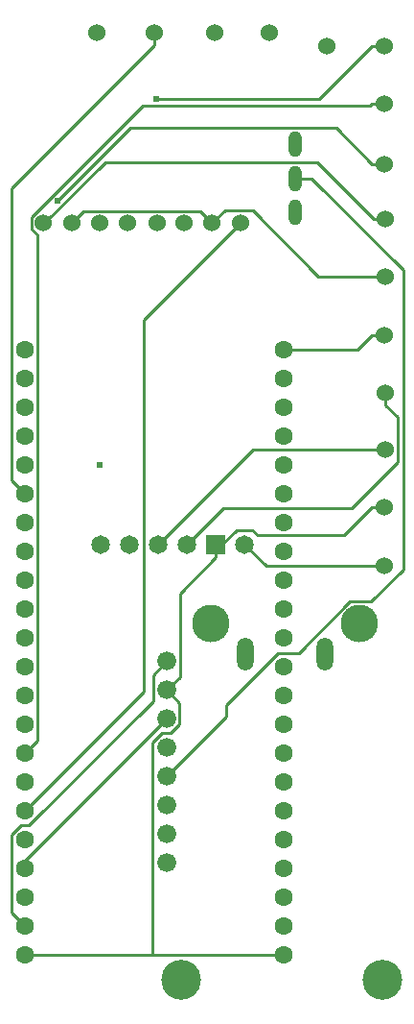
<source format=gbl>
G04 Layer: BottomLayer*
G04 EasyEDA v6.5.51, 2026-01-27 03:17:30*
G04 77339762291546cc9e75e89c24e87ab3,64650944e1e6431b8ca2675abf886f56,10*
G04 Gerber Generator version 0.2*
G04 Scale: 100 percent, Rotated: No, Reflected: No *
G04 Dimensions in millimeters *
G04 leading zeros omitted , absolute positions ,4 integer and 5 decimal *
%FSLAX45Y45*%
%MOMM*%

%AMMACRO1*21,1,$1,$2,0,0,$3*%
%ADD10C,0.2540*%
%ADD11O,1.199998X2.299995*%
%ADD12C,1.5240*%
%ADD13C,1.6000*%
%ADD14C,1.6500*%
%ADD15MACRO1,1.65X1.65X0.0000*%
%ADD16C,1.6500*%
%ADD17C,3.5159*%
%ADD18C,0.0175*%
%ADD19O,1.45796X2.91592*%
%ADD20C,3.3160*%
%ADD21C,1.6764*%
%ADD22C,0.6096*%

%LPD*%
D10*
X2141705Y-966599D02*
G01*
X889002Y-2219302D01*
X889002Y-2286002D01*
X889002Y-1778002D02*
G01*
X1943000Y-724004D01*
X1943000Y2552595D01*
X2794002Y3403597D01*
X3276602Y3797297D02*
G01*
X3425294Y3797297D01*
X4231261Y2991330D01*
X4231261Y350390D01*
X3948229Y67358D01*
X3764561Y67358D01*
X3309546Y-387657D01*
X3123643Y-387657D01*
X2669974Y-841326D01*
X2669974Y-946330D01*
X2141705Y-1474599D01*
X2070102Y571751D02*
G01*
X2908048Y1409697D01*
X4076702Y1409697D01*
X2324102Y570989D02*
G01*
X2642110Y888997D01*
X3776525Y888997D01*
X4183534Y1296007D01*
X4183534Y1691459D01*
X4076702Y1798292D01*
X4076702Y1904997D02*
G01*
X4076702Y1798292D01*
X4064002Y3924297D02*
G01*
X3957297Y3924297D01*
X3957297Y3924297D02*
G01*
X3638273Y4243321D01*
X1818871Y4243321D01*
X1178384Y3602835D01*
X2032002Y4973292D02*
G01*
X770232Y3711521D01*
X770232Y1134767D01*
X889002Y1015997D01*
X2032002Y5079997D02*
G01*
X2032002Y4973292D01*
X2050620Y4495467D02*
G01*
X3487066Y4495467D01*
X3957297Y4965697D01*
X4064002Y4965697D02*
G01*
X3957297Y4965697D01*
X4064002Y4457697D02*
G01*
X3957297Y4457697D01*
X3957297Y4457697D02*
G01*
X3936519Y4436920D01*
X1929665Y4436920D01*
X948641Y3455896D01*
X948641Y3347819D01*
X997079Y3299381D01*
X997079Y-1161925D01*
X889002Y-1270002D01*
X3175002Y2285997D02*
G01*
X3830297Y2285997D01*
X3957297Y2412997D01*
X4064002Y2412997D02*
G01*
X3957297Y2412997D01*
X2545438Y3403597D02*
G01*
X2439570Y3509464D01*
X1408534Y3509464D01*
X1302666Y3403597D01*
X2545438Y3403597D02*
G01*
X2656156Y3514316D01*
X2903146Y3514316D01*
X3483764Y2933697D01*
X4076702Y2933697D01*
X2578102Y570989D02*
G01*
X2578102Y515769D01*
X2578102Y515769D02*
G01*
X2578102Y460524D01*
X2578102Y515769D02*
G01*
X2757858Y695525D01*
X2901063Y695525D01*
X2946453Y650135D01*
X3705735Y650135D01*
X3957297Y901697D01*
X4064002Y901697D02*
G01*
X3957297Y901697D01*
X2141705Y-712599D02*
G01*
X2258138Y-596165D01*
X2258138Y140561D01*
X2578102Y460524D01*
X2141705Y-712599D02*
G01*
X2253617Y-824511D01*
X2253617Y-1016485D01*
X2176503Y-1093599D01*
X2098423Y-1093599D01*
X2012927Y-1179095D01*
X2012927Y-3048002D01*
X3175002Y-3048002D02*
G01*
X2012927Y-3048002D01*
X2012927Y-3048002D02*
G01*
X889002Y-3048002D01*
X2141705Y-458599D02*
G01*
X2021207Y-579097D01*
X2021207Y-810414D01*
X926619Y-1905002D01*
X853747Y-1905002D01*
X770765Y-1987984D01*
X770765Y-2675765D01*
X889002Y-2794002D01*
X2832102Y571497D02*
G01*
X3022602Y380997D01*
X4064002Y380997D01*
X4076702Y3441697D02*
G01*
X3969997Y3441697D01*
X1054102Y3403597D02*
G01*
X1061976Y3403597D01*
X1598830Y3940451D01*
X3471242Y3940451D01*
X3969997Y3441697D01*
D11*
G01*
X3276600Y3497300D03*
G01*
X3276600Y3797300D03*
G01*
X3276600Y4097299D03*
D12*
G01*
X1302664Y3403600D03*
G01*
X1551203Y3403600D03*
G01*
X1799767Y3403600D03*
G01*
X2057400Y3403600D03*
G01*
X2296896Y3403600D03*
G01*
X2545435Y3403600D03*
G01*
X2794000Y3403600D03*
G01*
X1054100Y3403600D03*
D13*
G01*
X889000Y2285997D03*
G01*
X889000Y2031997D03*
G01*
X889000Y1777997D03*
G01*
X889000Y1523997D03*
G01*
X889000Y1269997D03*
G01*
X889000Y1015997D03*
G01*
X889000Y761997D03*
G01*
X889000Y507997D03*
G01*
X889000Y253997D03*
G01*
X889000Y-2D03*
G01*
X889000Y-254002D03*
G01*
X889000Y-508002D03*
G01*
X889000Y-762002D03*
G01*
X889000Y-1016002D03*
G01*
X889000Y-1270002D03*
G01*
X889000Y-1524002D03*
G01*
X889000Y-1778002D03*
G01*
X889000Y-2032002D03*
G01*
X889000Y-2286002D03*
G01*
X889000Y-2540002D03*
G01*
X889000Y-2794002D03*
G01*
X889000Y-3048002D03*
G01*
X3175000Y-3048002D03*
G01*
X3175000Y-2794002D03*
G01*
X3175000Y-2540002D03*
G01*
X3175000Y-2286002D03*
G01*
X3175000Y-2032002D03*
G01*
X3175000Y-1778002D03*
G01*
X3175000Y-1524002D03*
G01*
X3175000Y-1270002D03*
G01*
X3175000Y-1016002D03*
G01*
X3175000Y-762002D03*
G01*
X3175000Y-508002D03*
G01*
X3175000Y-254002D03*
G01*
X3175000Y-2D03*
G01*
X3175000Y253997D03*
G01*
X3175000Y507997D03*
G01*
X3175000Y761997D03*
G01*
X3175000Y1015997D03*
G01*
X3175000Y1269997D03*
G01*
X3175000Y1523997D03*
G01*
X3175000Y1777997D03*
G01*
X3175000Y2031997D03*
G01*
X3175000Y2285997D03*
D14*
G01*
X1562354Y571245D03*
G01*
X1816354Y571245D03*
G01*
X2070100Y571754D03*
G01*
X2324100Y570992D03*
D15*
G01*
X2578102Y570997D03*
D16*
G01*
X2832100Y571500D03*
D17*
G01*
X4046702Y-3265296D03*
G01*
X2268702Y-3265296D03*
D19*
G01*
X2839440Y-399414D03*
G01*
X3539439Y-399414D03*
D20*
G01*
X2532456Y-128396D03*
G01*
X3846449Y-128396D03*
D21*
G01*
X2141702Y-2236596D03*
G01*
X2141702Y-1982596D03*
G01*
X2141702Y-1728596D03*
G01*
X2141702Y-1474596D03*
G01*
X2141702Y-1220596D03*
G01*
X2141702Y-966596D03*
G01*
X2141702Y-712596D03*
G01*
X2141702Y-458596D03*
D12*
G01*
X1524002Y5079997D03*
G01*
X2032002Y5079997D03*
G01*
X2565402Y5079997D03*
G01*
X3048002Y5079997D03*
G01*
X3556002Y4965697D03*
G01*
X4064002Y4965697D03*
G01*
X4064002Y4457697D03*
G01*
X4064002Y3924297D03*
G01*
X4076702Y3441697D03*
G01*
X4076702Y2933697D03*
G01*
X4064002Y2412997D03*
G01*
X4064002Y2412997D03*
G01*
X4076702Y1904997D03*
G01*
X4076702Y1409697D03*
G01*
X4064002Y901697D03*
G01*
X4064002Y380997D03*
D22*
G01*
X2050620Y4495467D03*
G01*
X1178384Y3602835D03*
G01*
X1551205Y1269997D03*
M02*

</source>
